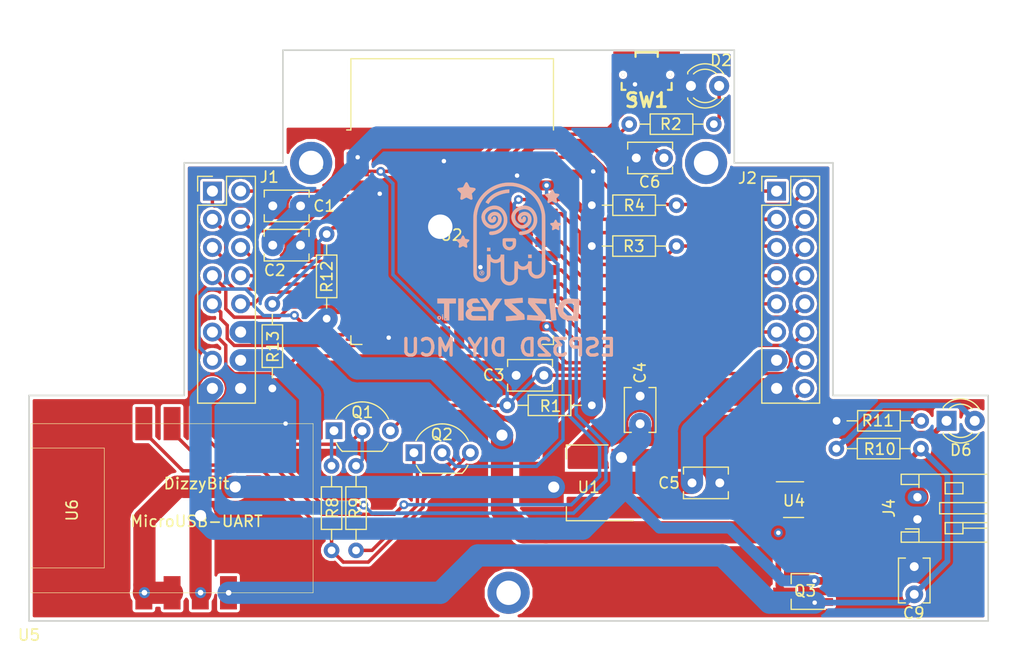
<source format=kicad_pcb>
(kicad_pcb (version 20171130) (host pcbnew "(5.0.2)-1")
  (title_block (title "DizzyBit - DIY ESP32D MCU") (rev 1.0) (company DizzyBit))
  (layers (0 F.Cu signal) (31 B.Cu signal) (34 B.Paste user) (35 F.Paste user) (36 B.SilkS user) (37 F.SilkS user) (38 B.Mask user) (39 F.Mask user) (44 Edge.Cuts user))
  (net 0 "")
  (net 1 GND)
  (net 2 EN)
  (net 3 IO32)
  (net 4 IO33)
  (net 5 IO25)
  (net 6 IO26)
  (net 7 IO27)
  (net 8 HSPI_CLK)
  (net 9 HSPI_MISO)
  (net 10 HSPI_MOSI)
  (net 11 IO15)
  (net 12 IO2)
  (net 13 IO0)
  (net 14 IO4)
  (net 15 IO16)
  (net 16 IO17)
  (net 17 IO5)
  (net 18 VSPI_CLK)
  (net 19 VSPI_MISO)
  (net 20 I2C_SDA)
  (net 21 IO3)
  (net 22 IO1)
  (net 23 I2C_SCL)
  (net 24 VSPI_MOSI)
  (net 25 EXT_5V)
  (net 26 +3.3V)
  (net 27 VBUS)
  (net 28 "Net-(D2-Pad2)")
  (net 29 RTS)
  (net 30 DTR)
  (net 31 "Net-(Q1-Pad1)")
  (net 32 "Net-(Q2-Pad1)")
  (net 33 "Net-(D6-Pad1)")
  (net 34 "Net-(D6-Pad2)")
  (net 35 I34)
  (net 36 VBAT)
  (net 37 I36)
  (net 38 I39)
  (net 39 "Net-(R11-Pad2)")
  (net 40 I35)
  (module undo:DizzyBIT_silk_20 (layer B.Cu) (at 119.38 112.776 180)
    (fp_text reference U3 hide)
    (fp_text value DizzyBITLogo hide)
  )
  (module MountingHole:MountingHole_2.2mm_M2_DIN965_Pad (layer F.Cu) (at 101.6 104.775)
    (fp_text reference H1 (at 0.1778 0.01016) (layer F.SilkS))
    (fp_text value MountingHole)
    (pad 1 thru_hole circle (at 0 0) (size 3.8 3.8) (drill 2.2) (layers *.Cu *.Mask))
  )
  (module MountingHole:MountingHole_2.2mm_M2_DIN965_Pad (layer F.Cu) (at 137.16 104.775)
    (fp_text reference H2 (at 0.0762 0.03556) (layer F.SilkS))
    (fp_text value MountingHole)
    (pad 1 thru_hole circle (at 0 0) (size 3.8 3.8) (drill 2.2) (layers *.Cu *.Mask))
  )
  (module MountingHole:MountingHole_2.2mm_M2_DIN965_Pad (layer F.Cu) (at 119.38 143.51)
    (fp_text reference H3 (at 0.0254 0.00508) (layer F.SilkS))
    (fp_text value MountingHole)
    (pad 1 thru_hole circle (at 0 0) (size 3.8 3.8) (drill 2.2) (layers *.Cu *.Mask))
  )
  (module RF_Module:ESP32-WROOM-32 (layer F.Cu) (at 114.3 111.252)
    (fp_text reference U2 (at -0.07112 0.0254) (layer F.SilkS))
    (fp_text value ESP32-WROOM-32D)
    (pad 39 smd rect (at -1 -0.755) (size 5 5) (layers F.Cu F.Paste F.Mask) (net 1 GND))
    (pad 1 smd rect (at -8.5 -8.255) (size 2 0.9) (layers F.Cu F.Paste F.Mask) (net 1 GND))
    (pad 2 smd rect (at -8.5 -6.985) (size 2 0.9) (layers F.Cu F.Paste F.Mask) (net 26 +3.3V))
    (pad 3 smd rect (at -8.5 -5.715) (size 2 0.9) (layers F.Cu F.Paste F.Mask) (net 2 EN))
    (pad 4 smd rect (at -8.5 -4.445) (size 2 0.9) (layers F.Cu F.Paste F.Mask) (net 37 I36))
    (pad 5 smd rect (at -8.5 -3.175) (size 2 0.9) (layers F.Cu F.Paste F.Mask) (net 38 I39))
    (pad 6 smd rect (at -8.5 -1.905) (size 2 0.9) (layers F.Cu F.Paste F.Mask) (net 35 I34))
    (pad 7 smd rect (at -8.5 -0.635) (size 2 0.9) (layers F.Cu F.Paste F.Mask) (net 40 I35))
    (pad 8 smd rect (at -8.5 0.635) (size 2 0.9) (layers F.Cu F.Paste F.Mask) (net 3 IO32))
    (pad 9 smd rect (at -8.5 1.905) (size 2 0.9) (layers F.Cu F.Paste F.Mask) (net 4 IO33))
    (pad 10 smd rect (at -8.5 3.175) (size 2 0.9) (layers F.Cu F.Paste F.Mask) (net 5 IO25))
    (pad 11 smd rect (at -8.5 4.445) (size 2 0.9) (layers F.Cu F.Paste F.Mask) (net 6 IO26))
    (pad 12 smd rect (at -8.5 5.715) (size 2 0.9) (layers F.Cu F.Paste F.Mask) (net 7 IO27))
    (pad 13 smd rect (at -8.5 6.985) (size 2 0.9) (layers F.Cu F.Paste F.Mask) (net 8 HSPI_CLK))
    (pad 14 smd rect (at -8.5 8.255) (size 2 0.9) (layers F.Cu F.Paste F.Mask) (net 9 HSPI_MISO))
    (pad 15 smd rect (at -5.715 9.255 90) (size 2 0.9) (layers F.Cu F.Paste F.Mask) (net 1 GND))
    (pad 16 smd rect (at -4.445 9.255 90) (size 2 0.9) (layers F.Cu F.Paste F.Mask) (net 10 HSPI_MOSI))
    (pad 17 smd rect (at -3.175 9.255 90) (size 2 0.9) (layers F.Cu F.Paste F.Mask))
    (pad 18 smd rect (at -1.905 9.255 90) (size 2 0.9) (layers F.Cu F.Paste F.Mask))
    (pad 19 smd rect (at -0.635 9.255 90) (size 2 0.9) (layers F.Cu F.Paste F.Mask))
    (pad 20 smd rect (at 0.635 9.255 90) (size 2 0.9) (layers F.Cu F.Paste F.Mask))
    (pad 21 smd rect (at 1.905 9.255 90) (size 2 0.9) (layers F.Cu F.Paste F.Mask))
    (pad 22 smd rect (at 3.175 9.255 90) (size 2 0.9) (layers F.Cu F.Paste F.Mask))
    (pad 23 smd rect (at 4.445 9.255 90) (size 2 0.9) (layers F.Cu F.Paste F.Mask) (net 11 IO15))
    (pad 24 smd rect (at 5.715 9.255 90) (size 2 0.9) (layers F.Cu F.Paste F.Mask) (net 12 IO2))
    (pad 25 smd rect (at 8.5 8.255) (size 2 0.9) (layers F.Cu F.Paste F.Mask) (net 13 IO0))
    (pad 26 smd rect (at 8.5 6.985) (size 2 0.9) (layers F.Cu F.Paste F.Mask) (net 14 IO4))
    (pad 27 smd rect (at 8.5 5.715) (size 2 0.9) (layers F.Cu F.Paste F.Mask) (net 15 IO16))
    (pad 28 smd rect (at 8.5 4.445) (size 2 0.9) (layers F.Cu F.Paste F.Mask) (net 16 IO17))
    (pad 29 smd rect (at 8.5 3.175) (size 2 0.9) (layers F.Cu F.Paste F.Mask) (net 17 IO5))
    (pad 30 smd rect (at 8.5 1.905) (size 2 0.9) (layers F.Cu F.Paste F.Mask) (net 18 VSPI_CLK))
    (pad 31 smd rect (at 8.5 0.635) (size 2 0.9) (layers F.Cu F.Paste F.Mask) (net 19 VSPI_MISO))
    (pad 32 smd rect (at 8.5 -0.635) (size 2 0.9) (layers F.Cu F.Paste F.Mask))
    (pad 33 smd rect (at 8.5 -1.905) (size 2 0.9) (layers F.Cu F.Paste F.Mask) (net 20 I2C_SDA))
    (pad 34 smd rect (at 8.5 -3.175) (size 2 0.9) (layers F.Cu F.Paste F.Mask) (net 21 IO3))
    (pad 35 smd rect (at 8.5 -4.445) (size 2 0.9) (layers F.Cu F.Paste F.Mask) (net 22 IO1))
    (pad 36 smd rect (at 8.5 -5.715) (size 2 0.9) (layers F.Cu F.Paste F.Mask) (net 23 I2C_SCL))
    (pad 37 smd rect (at 8.5 -6.985) (size 2 0.9) (layers F.Cu F.Paste F.Mask) (net 24 VSPI_MOSI))
    (pad 38 smd rect (at 8.5 -8.255) (size 2 0.9) (layers F.Cu F.Paste F.Mask) (net 1 GND))
  )
  (module Connector_PinHeader_2.54mm:PinHeader_2x08_P2.54mm_Vertical (layer F.Cu) (at 143.51 107.315)
    (fp_text reference J2 (at -2.62636 -1.17348) (layer F.SilkS))
    (fp_text value Conn_02x08_Odd_Even)
    (pad 1 thru_hole rect (at 0 0) (size 1.7 1.7) (drill 1) (layers *.Cu *.Mask) (net 24 VSPI_MOSI))
    (pad 2 thru_hole oval (at 2.54 0) (size 1.7 1.7) (drill 1) (layers *.Cu *.Mask) (net 23 I2C_SCL))
    (pad 3 thru_hole oval (at 0 2.54) (size 1.7 1.7) (drill 1) (layers *.Cu *.Mask) (net 22 IO1))
    (pad 4 thru_hole oval (at 2.54 2.54) (size 1.7 1.7) (drill 1) (layers *.Cu *.Mask) (net 21 IO3))
    (pad 5 thru_hole oval (at 0 5.08) (size 1.7 1.7) (drill 1) (layers *.Cu *.Mask) (net 20 I2C_SDA))
    (pad 6 thru_hole oval (at 2.54 5.08) (size 1.7 1.7) (drill 1) (layers *.Cu *.Mask) (net 19 VSPI_MISO))
    (pad 7 thru_hole oval (at 0 7.62) (size 1.7 1.7) (drill 1) (layers *.Cu *.Mask) (net 18 VSPI_CLK))
    (pad 8 thru_hole oval (at 2.54 7.62) (size 1.7 1.7) (drill 1) (layers *.Cu *.Mask) (net 17 IO5))
    (pad 9 thru_hole oval (at 0 10.16) (size 1.7 1.7) (drill 1) (layers *.Cu *.Mask) (net 16 IO17))
    (pad 10 thru_hole oval (at 2.54 10.16) (size 1.7 1.7) (drill 1) (layers *.Cu *.Mask) (net 15 IO16))
    (pad 11 thru_hole oval (at 0 12.7) (size 1.7 1.7) (drill 1) (layers *.Cu *.Mask) (net 14 IO4))
    (pad 12 thru_hole oval (at 2.54 12.7) (size 1.7 1.7) (drill 1) (layers *.Cu *.Mask) (net 13 IO0))
    (pad 13 thru_hole oval (at 0 15.24) (size 1.7 1.7) (drill 1) (layers *.Cu *.Mask) (net 26 +3.3V))
    (pad 14 thru_hole oval (at 2.54 15.24) (size 1.7 1.7) (drill 1) (layers *.Cu *.Mask) (net 12 IO2))
    (pad 15 thru_hole oval (at 0 17.78) (size 1.7 1.7) (drill 1) (layers *.Cu *.Mask) (net 1 GND))
    (pad 16 thru_hole oval (at 2.54 17.78) (size 1.7 1.7) (drill 1) (layers *.Cu *.Mask) (net 2 EN))
  )
  (module Connector_PinHeader_2.54mm:PinHeader_2x08_P2.54mm_Vertical (layer F.Cu) (at 92.71 107.315)
    (fp_text reference J1 (at 5.12064 -1.26492) (layer F.SilkS))
    (fp_text value Conn_02x08_Odd_Even)
    (pad 1 thru_hole rect (at 0 0) (size 1.7 1.7) (drill 1) (layers *.Cu *.Mask) (net 38 I39))
    (pad 2 thru_hole oval (at 2.54 0) (size 1.7 1.7) (drill 1) (layers *.Cu *.Mask) (net 37 I36))
    (pad 3 thru_hole oval (at 0 2.54) (size 1.7 1.7) (drill 1) (layers *.Cu *.Mask) (net 4 IO33))
    (pad 4 thru_hole oval (at 2.54 2.54) (size 1.7 1.7) (drill 1) (layers *.Cu *.Mask) (net 35 I34))
    (pad 5 thru_hole oval (at 0 5.08) (size 1.7 1.7) (drill 1) (layers *.Cu *.Mask) (net 6 IO26))
    (pad 6 thru_hole oval (at 2.54 5.08) (size 1.7 1.7) (drill 1) (layers *.Cu *.Mask) (net 3 IO32))
    (pad 7 thru_hole oval (at 0 7.62) (size 1.7 1.7) (drill 1) (layers *.Cu *.Mask) (net 8 HSPI_CLK))
    (pad 8 thru_hole oval (at 2.54 7.62) (size 1.7 1.7) (drill 1) (layers *.Cu *.Mask) (net 5 IO25))
    (pad 9 thru_hole oval (at 0 10.16) (size 1.7 1.7) (drill 1) (layers *.Cu *.Mask) (net 10 HSPI_MOSI))
    (pad 10 thru_hole oval (at 2.54 10.16) (size 1.7 1.7) (drill 1) (layers *.Cu *.Mask) (net 7 IO27))
    (pad 11 thru_hole oval (at 0 12.7) (size 1.7 1.7) (drill 1) (layers *.Cu *.Mask) (net 11 IO15))
    (pad 12 thru_hole oval (at 2.54 12.7) (size 1.7 1.7) (drill 1) (layers *.Cu *.Mask) (net 36 VBAT))
    (pad 13 thru_hole oval (at 0 15.24) (size 1.7 1.7) (drill 1) (layers *.Cu *.Mask) (net 9 HSPI_MISO))
    (pad 14 thru_hole oval (at 2.54 15.24) (size 1.7 1.7) (drill 1) (layers *.Cu *.Mask) (net 26 +3.3V))
    (pad 15 thru_hole oval (at 0 17.78) (size 1.7 1.7) (drill 1) (layers *.Cu *.Mask) (net 25 EXT_5V))
    (pad 16 thru_hole oval (at 2.54 17.78) (size 1.7 1.7) (drill 1) (layers *.Cu *.Mask) (net 1 GND))
  )
  (module Resistor_THT:R_Axial_DIN0204_L3.6mm_D1.6mm_P7.62mm_Horizontal (layer F.Cu) (at 134.493 112.268 180)
    (fp_text reference R3 (at 3.83032 -0.01016 180) (layer F.SilkS))
    (fp_text value R4.7K)
    (pad 2 thru_hole oval (at 7.62 0 180) (size 1.4 1.4) (drill 0.7) (layers *.Cu *.Mask) (net 26 +3.3V))
    (pad 1 thru_hole circle (at 0 0 180) (size 1.4 1.4) (drill 0.7) (layers *.Cu *.Mask) (net 20 I2C_SDA))
  )
  (module Resistor_THT:R_Axial_DIN0204_L3.6mm_D1.6mm_P7.62mm_Horizontal (layer F.Cu) (at 134.493 108.585 180)
    (fp_text reference R4 (at 3.79476 -0.03048 180) (layer F.SilkS))
    (fp_text value R4.7K)
    (pad 1 thru_hole circle (at 0 0 180) (size 1.4 1.4) (drill 0.7) (layers *.Cu *.Mask) (net 23 I2C_SCL))
    (pad 2 thru_hole oval (at 7.62 0 180) (size 1.4 1.4) (drill 0.7) (layers *.Cu *.Mask) (net 26 +3.3V))
  )
  (module LED_THT:LED_D3.0mm (layer F.Cu) (at 135.79856 97.83572)
    (fp_text reference D2 (at 2.70764 -2.30632) (layer F.SilkS))
    (fp_text value LED-BLUE)
    (pad 1 thru_hole rect (at 0 0) (size 1.8 1.8) (drill 0.9) (layers *.Cu *.Mask) (net 1 GND))
    (pad 2 thru_hole circle (at 2.54 0) (size 1.8 1.8) (drill 0.9) (layers *.Cu *.Mask) (net 28 "Net-(D2-Pad2)"))
  )
  (module Resistor_THT:R_Axial_DIN0204_L3.6mm_D1.6mm_P7.62mm_Horizontal (layer F.Cu) (at 130.2385 101.2825)
    (fp_text reference R2 (at 3.7465 0) (layer F.SilkS))
    (fp_text value "R470ohm(1%)")
    (pad 1 thru_hole circle (at 0 0) (size 1.4 1.4) (drill 0.7) (layers *.Cu *.Mask) (net 12 IO2))
    (pad 2 thru_hole oval (at 7.62 0) (size 1.4 1.4) (drill 0.7) (layers *.Cu *.Mask) (net 28 "Net-(D2-Pad2)"))
  )
  (module Capacitor_THT:C_Disc_D3.8mm_W2.6mm_P2.50mm (layer F.Cu) (at 130.8735 104.3305)
    (fp_text reference C6 (at 1.2065 2.159) (layer F.SilkS))
    (fp_text value "C0.1uF/50V(10%)")
    (pad 1 thru_hole circle (at 0 0) (size 1.6 1.6) (drill 0.8) (layers *.Cu *.Mask) (net 1 GND))
    (pad 2 thru_hole circle (at 2.5 0) (size 1.6 1.6) (drill 0.8) (layers *.Cu *.Mask) (net 2 EN))
  )
  (module LED_THT:LED_D3.0mm (layer F.Cu) (at 158.8135 128.016)
    (fp_text reference D6 (at 1.28778 2.63652) (layer F.SilkS))
    (fp_text value LED-YELLOW)
    (pad 1 thru_hole rect (at 0 0) (size 1.8 1.8) (drill 0.9) (layers *.Cu *.Mask) (net 33 "Net-(D6-Pad1)"))
    (pad 2 thru_hole circle (at 2.54 0) (size 1.8 1.8) (drill 0.9) (layers *.Cu *.Mask) (net 34 "Net-(D6-Pad2)"))
  )
  (module Resistor_THT:R_Axial_DIN0204_L3.6mm_D1.6mm_P7.62mm_Horizontal (layer F.Cu) (at 148.88972 130.52044)
    (fp_text reference R10 (at 3.90906 0.04572) (layer F.SilkS))
    (fp_text value R1K)
    (pad 1 thru_hole circle (at 0 0) (size 1.4 1.4) (drill 0.7) (layers *.Cu *.Mask) (net 34 "Net-(D6-Pad2)"))
    (pad 2 thru_hole oval (at 7.62 0) (size 1.4 1.4) (drill 0.7) (layers *.Cu *.Mask) (net 27 VBUS))
  )
  (module Resistor_THT:R_Axial_DIN0204_L3.6mm_D1.6mm_P7.62mm_Horizontal (layer F.Cu) (at 126.873 126.619 180)
    (fp_text reference R1 (at 3.72364 -0.0762 180) (layer F.SilkS))
    (fp_text value "R10K(5%)")
    (pad 1 thru_hole circle (at 0 0 180) (size 1.4 1.4) (drill 0.7) (layers *.Cu *.Mask) (net 26 +3.3V))
    (pad 2 thru_hole oval (at 7.62 0 180) (size 1.4 1.4) (drill 0.7) (layers *.Cu *.Mask) (net 2 EN))
  )
  (module Capacitor_THT:C_Disc_D3.8mm_W2.6mm_P2.50mm (layer F.Cu) (at 100.6475 108.6485 180)
    (fp_text reference C1 (at -2.12598 -0.0127 180) (layer F.SilkS))
    (fp_text value "C0.1uF/50V(10%)")
    (pad 1 thru_hole circle (at 0 0 180) (size 1.6 1.6) (drill 0.8) (layers *.Cu *.Mask) (net 26 +3.3V))
    (pad 2 thru_hole circle (at 2.5 0 180) (size 1.6 1.6) (drill 0.8) (layers *.Cu *.Mask) (net 1 GND))
  )
  (module Capacitor_THT:C_Disc_D3.8mm_W2.6mm_P2.50mm (layer F.Cu) (at 98.14052 112.18672)
    (fp_text reference C2 (at 0.18288 2.26568) (layer F.SilkS))
    (fp_text value "C22uF/10V(10%)")
    (pad 1 thru_hole circle (at 0 0) (size 1.6 1.6) (drill 0.8) (layers *.Cu *.Mask) (net 26 +3.3V))
    (pad 2 thru_hole circle (at 2.5 0) (size 1.6 1.6) (drill 0.8) (layers *.Cu *.Mask) (net 1 GND))
  )
  (module Capacitor_THT:C_Disc_D3.8mm_W2.6mm_P2.50mm (layer F.Cu) (at 122.56008 123.91644 180)
    (fp_text reference C3 (at 4.5212 0.02032 180) (layer F.SilkS))
    (fp_text value "C0.1uF/50V(10%)")
    (pad 2 thru_hole circle (at 2.5 0 180) (size 1.6 1.6) (drill 0.8) (layers *.Cu *.Mask) (net 1 GND))
    (pad 1 thru_hole circle (at 0 0 180) (size 1.6 1.6) (drill 0.8) (layers *.Cu *.Mask) (net 2 EN))
  )
  (module Resistor_THT:R_Axial_DIN0204_L3.6mm_D1.6mm_P7.62mm_Horizontal (layer F.Cu) (at 102.997 118.8085 90)
    (fp_text reference R12 (at 3.78206 0.01524 90) (layer F.SilkS))
    (fp_text value R100K)
    (pad 2 thru_hole oval (at 7.62 0 90) (size 1.4 1.4) (drill 0.7) (layers *.Cu *.Mask) (net 40 I35))
    (pad 1 thru_hole circle (at 0 0 90) (size 1.4 1.4) (drill 0.7) (layers *.Cu *.Mask) (net 36 VBAT))
  )
  (module Resistor_THT:R_Axial_DIN0204_L3.6mm_D1.6mm_P7.62mm_Horizontal (layer F.Cu) (at 98.1075 117.475 270)
    (fp_text reference R13 (at 3.86588 -0.05842 270) (layer F.SilkS))
    (fp_text value R100K)
    (pad 1 thru_hole circle (at 0 0 270) (size 1.4 1.4) (drill 0.7) (layers *.Cu *.Mask) (net 40 I35))
    (pad 2 thru_hole oval (at 7.62 0 270) (size 1.4 1.4) (drill 0.7) (layers *.Cu *.Mask) (net 1 GND))
  )
  (module DizzyBit:DizzyBit-MicroUSB-UART (layer F.Cu) (at 76.3778 128.27)
    (fp_text reference U6 (at 3.7 7.8 90) (layer F.SilkS))
    (fp_text value DizzyBit-MicroUSB-UART)
    (fp_text user DizzyBit (at 14.9 5.4) (layer F.SilkS))
    (fp_text user MicroUSB-UART (at 14.9 8.8) (layer F.SilkS))
    (pad 1 smd rect (at 22.86 0) (size 1.524 3) (layers F.Cu F.Paste F.Mask) (net 1 GND))
    (pad 2 smd rect (at 20.32 0) (size 1.524 3) (layers F.Cu F.Paste F.Mask) (net 1 GND))
    (pad 3 smd rect (at 17.78 0) (size 1.524 3) (layers F.Cu F.Paste F.Mask) (net 29 RTS))
    (pad 4 smd rect (at 15.24 0) (size 1.524 3) (layers F.Cu F.Paste F.Mask) (net 22 IO1))
    (pad 5 smd rect (at 12.7 0) (size 1.524 3) (layers F.Cu F.Paste F.Mask) (net 21 IO3))
    (pad 6 smd rect (at 10.16 0) (size 1.524 3) (layers F.Cu F.Paste F.Mask) (net 30 DTR))
    (pad 7 smd rect (at 7.62 0) (size 1.524 3) (layers F.Cu F.Paste F.Mask) (net 1 GND))
    (pad 8 smd rect (at 5.08 0) (size 1.524 3) (layers F.Cu F.Paste F.Mask) (net 1 GND))
    (pad 9 smd rect (at 2.54 0) (size 1.524 3) (layers F.Cu F.Paste F.Mask) (net 1 GND))
    (pad 10 smd rect (at 2.54 15.24) (size 1.524 3) (layers F.Cu F.Paste F.Mask) (net 1 GND))
    (pad 11 smd rect (at 5.08 15.24) (size 1.524 3) (layers F.Cu F.Paste F.Mask) (net 1 GND))
    (pad 13 smd rect (at 10.16 15.24) (size 1.524 3) (layers F.Cu F.Paste F.Mask) (net 26 +3.3V))
    (pad 12 smd rect (at 7.62 15.24) (size 1.524 3) (layers F.Cu F.Paste F.Mask) (net 1 GND))
    (pad 14 smd rect (at 12.7 15.24) (size 1.524 3) (layers F.Cu F.Paste F.Mask) (net 26 +3.3V))
    (pad 15 smd rect (at 15.24 15.24) (size 1.524 3) (layers F.Cu F.Paste F.Mask) (net 25 EXT_5V))
    (pad 16 smd rect (at 17.78 15.24) (size 1.524 3) (layers F.Cu F.Paste F.Mask) (net 27 VBUS))
    (pad 17 smd rect (at 20.32 15.24) (size 1.524 3) (layers F.Cu F.Paste F.Mask) (net 1 GND))
    (pad 18 smd rect (at 22.86 15.24) (size 1.524 3) (layers F.Cu F.Paste F.Mask) (net 1 GND))
  )
  (module Resistor_THT:R_Axial_DIN0204_L3.6mm_D1.6mm_P7.62mm_Horizontal (layer F.Cu) (at 103.43896 139.68984 90)
    (fp_text reference R8 (at 3.82016 0.08128 90) (layer F.SilkS))
    (fp_text value "R10K(5%)")
    (pad 1 thru_hole circle (at 0 0 90) (size 1.4 1.4) (drill 0.7) (layers *.Cu *.Mask) (net 30 DTR))
    (pad 2 thru_hole oval (at 7.62 0 90) (size 1.4 1.4) (drill 0.7) (layers *.Cu *.Mask) (net 31 "Net-(Q1-Pad1)"))
  )
  (module Resistor_THT:R_Axial_DIN0204_L3.6mm_D1.6mm_P7.62mm_Horizontal (layer F.Cu) (at 105.64368 132.06984 270)
    (fp_text reference R9 (at 3.810001 0.0675 270) (layer F.SilkS))
    (fp_text value "R10K(5%)")
    (pad 2 thru_hole oval (at 7.62 0 270) (size 1.4 1.4) (drill 0.7) (layers *.Cu *.Mask) (net 32 "Net-(Q2-Pad1)"))
    (pad 1 thru_hole circle (at 0 0 270) (size 1.4 1.4) (drill 0.7) (layers *.Cu *.Mask) (net 29 RTS))
  )
  (module Package_TO_SOT_THT:TO-92_Inline_Wide (layer F.Cu) (at 103.6574 128.91008)
    (fp_text reference Q1 (at 2.54508 -1.66116) (layer F.SilkS))
    (fp_text value SS8050DTA)
    (pad 1 thru_hole rect (at 0 0 90) (size 1.5 1.5) (drill 0.8) (layers *.Cu *.Mask) (net 31 "Net-(Q1-Pad1)"))
    (pad 3 thru_hole circle (at 5.08 0 90) (size 1.5 1.5) (drill 0.8) (layers *.Cu *.Mask) (net 2 EN))
    (pad 2 thru_hole circle (at 2.54 0 90) (size 1.5 1.5) (drill 0.8) (layers *.Cu *.Mask) (net 29 RTS))
  )
  (module Package_TO_SOT_THT:TO-92_Inline_Wide (layer F.Cu) (at 110.85576 130.89128)
    (fp_text reference Q2 (at 2.50444 -1.64592) (layer F.SilkS))
    (fp_text value SS8050DTA)
    (pad 2 thru_hole circle (at 2.54 0 90) (size 1.5 1.5) (drill 0.8) (layers *.Cu *.Mask) (net 13 IO0))
    (pad 3 thru_hole circle (at 5.08 0 90) (size 1.5 1.5) (drill 0.8) (layers *.Cu *.Mask) (net 30 DTR))
    (pad 1 thru_hole rect (at 0 0 90) (size 1.5 1.5) (drill 0.8) (layers *.Cu *.Mask) (net 32 "Net-(Q2-Pad1)"))
  )
  (module Capacitor_THT:C_Disc_D3.8mm_W2.6mm_P2.50mm (layer F.Cu) (at 131.22148 128.28524 90)
    (fp_text reference C4 (at 4.5974 -0.00508 90) (layer F.SilkS))
    (fp_text value "C22uF/10V(10%)")
    (pad 1 thru_hole circle (at 0 0 90) (size 1.6 1.6) (drill 0.8) (layers *.Cu *.Mask) (net 25 EXT_5V))
    (pad 2 thru_hole circle (at 2.5 0 90) (size 1.6 1.6) (drill 0.8) (layers *.Cu *.Mask) (net 1 GND))
  )
  (module Capacitor_THT:C_Disc_D3.8mm_W2.6mm_P2.50mm (layer F.Cu) (at 135.89508 133.60908)
    (fp_text reference C5 (at -2.07264 0.00508) (layer F.SilkS))
    (fp_text value "C22uF/10V(10%)")
    (pad 2 thru_hole circle (at 2.5 0) (size 1.6 1.6) (drill 0.8) (layers *.Cu *.Mask) (net 1 GND))
    (pad 1 thru_hole circle (at 0 0) (size 1.6 1.6) (drill 0.8) (layers *.Cu *.Mask) (net 26 +3.3V))
  )
  (module Connector_JST:JST_PH_S2B-PH-K_1x02_P2.00mm_Horizontal (layer F.Cu) (at 156.18968 136.89 90)
    (fp_text reference J4 (at 1 -2.55 90) (layer F.SilkS))
    (fp_text value Conn_01x02)
    (pad 1 thru_hole roundrect (at 0 0 90) (size 1.2 1.75) (drill 0.75) (layers *.Cu *.Mask) (roundrect_rratio 0.208333) (net 1 GND))
    (pad 2 thru_hole oval (at 2 0 90) (size 1.2 1.75) (drill 0.75) (layers *.Cu *.Mask) (net 36 VBAT))
  )
  (module Package_TO_SOT_SMD:SOT-23-5_HandSoldering (layer F.Cu) (at 145.03908 135.11784)
    (fp_text reference U4 (at 0.03556 0.1016) (layer F.SilkS))
    (fp_text value MCP73831-2-OT)
    (pad 1 smd rect (at -1.35 -0.95) (size 1.56 0.65) (layers F.Cu F.Paste F.Mask) (net 33 "Net-(D6-Pad1)"))
    (pad 2 smd rect (at -1.35 0) (size 1.56 0.65) (layers F.Cu F.Paste F.Mask) (net 1 GND))
    (pad 3 smd rect (at -1.35 0.95) (size 1.56 0.65) (layers F.Cu F.Paste F.Mask) (net 36 VBAT))
    (pad 4 smd rect (at 1.35 0.95) (size 1.56 0.65) (layers F.Cu F.Paste F.Mask) (net 27 VBUS))
    (pad 5 smd rect (at 1.35 -0.95) (size 1.56 0.65) (layers F.Cu F.Paste F.Mask) (net 39 "Net-(R11-Pad2)"))
  )
  (module Package_TO_SOT_SMD:SOT-23W_Handsoldering (layer F.Cu) (at 145.8976 143.39316 180)
    (fp_text reference Q3 (at -0.1778 0.05588 180) (layer F.SilkS))
    (fp_text value DMG2307L-7)
    (pad 1 smd rect (at -1.7 -0.95 180) (size 2 0.7) (layers F.Cu F.Paste F.Mask) (net 27 VBUS))
    (pad 2 smd rect (at -1.7 0.95 180) (size 2 0.7) (layers F.Cu F.Paste F.Mask) (net 25 EXT_5V))
    (pad 3 smd rect (at 1.7 0 180) (size 2 0.7) (layers F.Cu F.Paste F.Mask) (net 36 VBAT))
  )
  (module Capacitor_THT:C_Disc_D3.8mm_W2.6mm_P2.50mm (layer F.Cu) (at 155.9052 143.65224 90)
    (fp_text reference C9 (at -1.68656 -0.04572 180) (layer F.SilkS))
    (fp_text value "C4.7uF/6.3V(20%)")
    (pad 1 thru_hole circle (at 0 0 90) (size 1.6 1.6) (drill 0.8) (layers *.Cu *.Mask) (net 27 VBUS))
    (pad 2 thru_hole circle (at 2.5 0 90) (size 1.6 1.6) (drill 0.8) (layers *.Cu *.Mask) (net 1 GND))
  )
  (module Resistor_THT:R_Axial_DIN0204_L3.6mm_D1.6mm_P7.62mm_Horizontal (layer F.Cu) (at 148.91512 128.016)
    (fp_text reference R11 (at 3.70332 -0.01524) (layer F.SilkS))
    (fp_text value R4.7K)
    (pad 1 thru_hole circle (at 0 0) (size 1.4 1.4) (drill 0.7) (layers *.Cu *.Mask) (net 1 GND))
    (pad 2 thru_hole oval (at 7.62 0) (size 1.4 1.4) (drill 0.7) (layers *.Cu *.Mask) (net 39 "Net-(R11-Pad2)"))
  )
  (module Package_TO_SOT_SMD:SOT-223-3_TabPin2-HandSoldering (layer F.Cu) (at 126.492 133.604 180)
    (fp_text reference U1 (at -0.1016 -0.39624 180) (layer F.SilkS))
    (fp_text value AMS1117-3.3)
    (pad 2 smd rect (at 4.15 0 180) (size 4 3.8) (layers F.Cu F.Paste F.Mask) (net 26 +3.3V))
    (pad 2 smd rect (at -4.15 0 180) (size 4 1.5) (layers F.Cu F.Paste F.Mask) (net 26 +3.3V))
    (pad 3 smd rect (at -4.15 2.3 180) (size 4 1.5) (layers F.Cu F.Paste F.Mask) (net 25 EXT_5V))
    (pad 1 smd rect (at -4.15 -2.3 180) (size 4 1.5) (layers F.Cu F.Paste F.Mask) (net 1 GND))
  )
  (module Button_Switch_SMD:TL3340-HandSoldering (layer F.Cu) (at 131.81076 95.64116 180)
    (fp_text reference SW1 (at 0.00508 -3.48996 180) (layer F.SilkS) (effects (font (size 1.27 1.27) (thickness 0.254))))
    (fp_text value SW_Push hide)
    (pad 1 smd rect (at 1.3 -2.6 180) (size 0.75 2.8) (layers F.Cu F.Paste F.Mask) (net 1 GND))
    (pad 2 smd rect (at 0 -2.6 180) (size 0.75 2.8) (layers F.Cu F.Paste F.Mask) (net 2 EN))
    (pad MP smd rect (at -2.04 0.11) (size 1.9 1.6) (layers F.Cu F.Paste F.Mask))
    (pad MP smd rect (at 2.05 0.11) (size 1.9 1.6) (layers F.Cu F.Paste F.Mask))
    (pad 6 thru_hole circle (at 2.125 -1.2 270) (size 0.25 0.25) (drill 0.9) (layers *.Cu *.Mask F.SilkS))
    (pad 7 thru_hole circle (at -2.125 -1.2 270) (size 0.25 0.25) (drill 0.9) (layers *.Cu *.Mask F.SilkS))
    (pad 3 smd rect (at -1.3 -2.6 180) (size 0.75 2.8) (layers F.Cu F.Paste F.Mask))
  )
  (module MountingHole:MountingHole_2.2mm_M2_DIN965_Pad (layer F.Cu) (at 113.22812 110.52556)
    (fp_text reference H4 (at 0 -0.07112) (layer F.SilkS))
    (fp_text value MountingHole_Pad)
    (pad 1 thru_hole circle (at 0 0) (size 3.8 3.8) (drill 2.2) (layers *.Cu *.Mask) (net 1 GND))
  )
  (module "DizzyBit:DizzyBit-Din Rail Module" (layer F.Cu) (at 76.2 146.05)
    (fp_text reference U5 (at 0 1.27) (layer F.SilkS))
    (fp_text value DizzyBIT-Layout)
  )
  (gr_text "ESP32D DIY MCU" (at 119.379999 121.412) (layer B.SilkS) (effects (font (size 1.5 1.5) (thickness 0.3)) (justify mirror)))
  (gr_line (start 139.7 104.775) (end 139.7 94.615) (layer Edge.Cuts) (width 0.15))
  (gr_line (start 99.06 104.775) (end 99.06 94.615) (layer Edge.Cuts) (width 0.15))
  (gr_line (start 139.7 104.775) (end 148.59 104.775) (layer Edge.Cuts) (width 0.15))
  (gr_line (start 90.17 104.775) (end 99.06 104.775) (layer Edge.Cuts) (width 0.15))
  (gr_line (start 99.06 94.615) (end 139.7 94.615) (layer Edge.Cuts) (width 0.15))
  (gr_line (start 148.59 125.73) (end 148.59 104.775) (layer Edge.Cuts) (width 0.15))
  (gr_line (start 90.17 125.73) (end 90.17 104.775) (layer Edge.Cuts) (width 0.15))
  (gr_line (start 162.56 125.73) (end 148.59 125.73) (layer Edge.Cuts) (width 0.15))
  (gr_line (start 76.2 125.73) (end 90.17 125.73) (layer Edge.Cuts) (width 0.15))
  (gr_line (start 76.2 146.05) (end 76.2 125.73) (layer Edge.Cuts) (width 0.15))
  (gr_line (start 162.56 146.05) (end 162.56 125.73) (layer Edge.Cuts) (width 0.15))
  (gr_line (start 76.2 146.05) (end 162.56 146.05) (layer Edge.Cuts) (width 0.15))
  (via (at 130.7592 97.69348) (size 0.8) (drill 0.4) (layers F.Cu B.Cu) (net 1))
  (via (at 99.29876 128.26492) (size 0.8) (drill 0.4) (layers F.Cu B.Cu) (net 1))
  (via (at 108.585 120.523) (size 0.8) (drill 0.4) (layers F.Cu B.Cu) (net 1))
  (via (at 107.77728 107.55376) (size 0.8) (drill 0.4) (layers F.Cu B.Cu) (net 1))
  (via (at 116.84 114.173) (size 0.8) (drill 0.4) (layers F.Cu B.Cu) (net 1))
  (via (at 120.142 105.918) (size 0.8) (drill 0.4) (layers F.Cu B.Cu) (net 1))
  (segment (start 120.142 105.352315) (end 120.142 105.918) (width 0.31) (layer F.Cu) (net 1))
  (segment (start 120.142 104.345) (end 120.142 105.352315) (width 0.31) (layer F.Cu) (net 1))
  (segment (start 122.8 102.997) (end 121.49 102.997) (width 0.31) (layer F.Cu) (net 1))
  (segment (start 121.49 102.997) (end 120.142 104.345) (width 0.31) (layer F.Cu) (net 1))
  (segment (start 98.56 128.668677) (end 98.636011 128.592666) (width 0.254) (layer F.Cu) (net 1))
  (via (at 113.55324 104.61244) (size 0.8) (drill 0.4) (layers F.Cu B.Cu) (net 1))
  (segment (start 115.697 105.537) (end 115.697 105.537) (width 0.31) (layer F.Cu) (net 2))
  (via (at 107.86364 105.537) (size 0.8) (drill 0.4) (layers F.Cu B.Cu) (net 2))
  (segment (start 144.0815 127.0635) (end 141.097 127.0635) (width 0.31) (layer F.Cu) (net 2))
  (segment (start 146.05 125.095) (end 144.0815 127.0635) (width 0.31) (layer F.Cu) (net 2))
  (segment (start 139.192 127.0635) (end 141.097 127.0635) (width 0.31) (layer F.Cu) (net 2))
  (segment (start 133.3735 104.3305) (end 132.08 103.037) (width 0.31) (layer F.Cu) (net 2))
  (segment (start 132.08 98.331) (end 132.08 97.731) (width 0.31) (layer F.Cu) (net 2))
  (segment (start 132.08 99.187) (end 132.08 97.731) (width 0.31) (layer F.Cu) (net 2))
  (segment (start 111.02848 126.619) (end 119.253 126.619) (width 0.31) (layer F.Cu) (net 2))
  (segment (start 108.7374 128.91008) (end 111.02848 126.619) (width 0.31) (layer F.Cu) (net 2))
  (segment (start 139.192 127.0635) (end 137.8585 127.0635) (width 0.31) (layer F.Cu) (net 2))
  (segment (start 134.71144 123.91644) (end 122.56008 123.91644) (width 0.31) (layer F.Cu) (net 2))
  (segment (start 137.8585 127.0635) (end 134.71144 123.91644) (width 0.31) (layer F.Cu) (net 2))
  (segment (start 121.95556 123.91644) (end 122.56008 123.91644) (width 0.31) (layer B.Cu) (net 2))
  (segment (start 119.253 126.619) (end 121.95556 123.91644) (width 0.31) (layer B.Cu) (net 2))
  (segment (start 132.08 103.037) (end 132.08 99.74072) (width 0.31) (layer F.Cu) (net 2))
  (segment (start 132.08 99.74072) (end 132.08 99.187) (width 0.31) (layer F.Cu) (net 2))
  (segment (start 105.8 105.537) (end 107.86364 105.537) (width 0.31) (layer F.Cu) (net 2))
  (segment (start 108.966 106.63936) (end 107.86364 105.537) (width 0.31) (layer B.Cu) (net 2))
  (segment (start 108.966 114.84356) (end 108.966 106.63936) (width 0.31) (layer B.Cu) (net 2))
  (segment (start 119.253 126.619) (end 119.253 125.13056) (width 0.31) (layer B.Cu) (net 2))
  (segment (start 119.253 125.13056) (end 108.966 114.84356) (width 0.31) (layer B.Cu) (net 2))
  (segment (start 131.68376 100.13696) (end 132.08 99.74072) (width 0.31) (layer F.Cu) (net 2))
  (segment (start 129.881067 100.13696) (end 131.68376 100.13696) (width 0.31) (layer F.Cu) (net 2))
  (segment (start 128.33604 101.681987) (end 129.881067 100.13696) (width 0.31) (layer F.Cu) (net 2))
  (segment (start 119.552013 101.681987) (end 128.33604 101.681987) (width 0.31) (layer F.Cu) (net 2))
  (segment (start 115.697 105.537) (end 119.552013 101.681987) (width 0.31) (layer F.Cu) (net 2))
  (segment (start 107.86364 105.537) (end 115.697 105.537) (width 0.31) (layer F.Cu) (net 2))
  (segment (start 95.25 112.395) (end 95.3516 112.395) (width 0.31) (layer F.Cu) (net 3))
  (segment (start 95.3516 112.395) (end 96.60128 113.64468) (width 0.31) (layer F.Cu) (net 3))
  (segment (start 104.49 111.887) (end 105.8 111.887) (width 0.31) (layer F.Cu) (net 3))
  (segment (start 102.73232 113.64468) (end 104.49 111.887) (width 0.31) (layer F.Cu) (net 3))
  (segment (start 96.60128 113.64468) (end 102.73232 113.64468) (width 0.31) (layer F.Cu) (net 3))
  (segment (start 93.915001 111.060001) (end 92.71 109.855) (width 0.31) (layer F.Cu) (net 4))
  (segment (start 105.8 113.157) (end 104.49 113.157) (width 0.31) (layer F.Cu) (net 4))
  (segment (start 104.49 113.157) (end 103.45876 114.18824) (width 0.31) (layer F.Cu) (net 4))
  (segment (start 103.45876 114.18824) (end 96.41332 114.18824) (width 0.31) (layer F.Cu) (net 4))
  (segment (start 93.915001 112.843403) (end 93.915001 111.060001) (width 0.31) (layer F.Cu) (net 4))
  (segment (start 96.41332 114.18824) (end 95.828591 113.603511) (width 0.31) (layer F.Cu) (net 4))
  (segment (start 95.828591 113.603511) (end 94.675109 113.603511) (width 0.31) (layer F.Cu) (net 4))
  (segment (start 94.675109 113.603511) (end 93.915001 112.843403) (width 0.31) (layer F.Cu) (net 4))
  (segment (start 105.8 114.427) (end 104.49 114.427) (width 0.31) (layer F.Cu) (net 5))
  (segment (start 96.452081 114.935) (end 95.25 114.935) (width 0.31) (layer F.Cu) (net 5))
  (segment (start 103.982 114.935) (end 96.452081 114.935) (width 0.31) (layer F.Cu) (net 5))
  (segment (start 104.49 114.427) (end 103.982 114.935) (width 0.31) (layer F.Cu) (net 5))
  (segment (start 93.915001 113.600001) (end 93.559999 113.244999) (width 0.31) (layer F.Cu) (net 6))
  (segment (start 93.915001 115.383403) (end 93.915001 113.600001) (width 0.31) (layer F.Cu) (net 6))
  (segment (start 93.559999 113.244999) (end 92.71 112.395) (width 0.31) (layer F.Cu) (net 6))
  (segment (start 94.671599 116.140001) (end 93.915001 115.383403) (width 0.31) (layer F.Cu) (net 6))
  (segment (start 96.371735 116.140001) (end 94.671599 116.140001) (width 0.31) (layer F.Cu) (net 6))
  (segment (start 96.814736 115.697) (end 96.371735 116.140001) (width 0.31) (layer F.Cu) (net 6))
  (segment (start 105.8 115.697) (end 96.814736 115.697) (width 0.31) (layer F.Cu) (net 6))
  (segment (start 104.49 116.967) (end 105.8 116.967) (width 0.31) (layer F.Cu) (net 7))
  (segment (start 97.507082 116.419999) (end 100.227499 116.419999) (width 0.31) (layer F.Cu) (net 7))
  (segment (start 96.452081 117.475) (end 97.507082 116.419999) (width 0.31) (layer F.Cu) (net 7))
  (segment (start 95.25 117.475) (end 96.452081 117.475) (width 0.31) (layer F.Cu) (net 7))
  (segment (start 100.7745 116.967) (end 104.49 116.967) (width 0.31) (layer F.Cu) (net 7))
  (segment (start 100.227499 116.419999) (end 100.7745 116.967) (width 0.31) (layer F.Cu) (net 7))
  (segment (start 93.915001 116.140001) (end 92.71 114.935) (width 0.31) (layer F.Cu) (net 8))
  (segment (start 93.915001 117.923403) (end 93.915001 116.140001) (width 0.31) (layer F.Cu) (net 8))
  (segment (start 94.671599 118.680001) (end 93.915001 117.923403) (width 0.31) (layer F.Cu) (net 8))
  (segment (start 98.712256 118.680001) (end 94.671599 118.680001) (width 0.31) (layer F.Cu) (net 8))
  (segment (start 99.638758 117.753499) (end 98.712256 118.680001) (width 0.31) (layer F.Cu) (net 8))
  (segment (start 103.986902 118.237) (end 103.503401 117.753499) (width 0.31) (layer F.Cu) (net 8))
  (segment (start 103.503401 117.753499) (end 99.638758 117.753499) (width 0.31) (layer F.Cu) (net 8))
  (segment (start 105.8 118.237) (end 103.986902 118.237) (width 0.31) (layer F.Cu) (net 8))
  (segment (start 91.504999 116.896599) (end 92.258599 116.142999) (width 0.31) (layer B.Cu) (net 9))
  (segment (start 91.504999 121.349999) (end 91.504999 116.896599) (width 0.31) (layer B.Cu) (net 9))
  (segment (start 92.71 122.555) (end 91.504999 121.349999) (width 0.31) (layer B.Cu) (net 9))
  (segment (start 93.909599 116.142999) (end 94.361 116.142999) (width 0.31) (layer B.Cu) (net 9))
  (segment (start 100.494668 118.908508) (end 100.094669 118.508509) (width 0.31) (layer F.Cu) (net 9))
  (via (at 100.094669 118.508509) (size 0.8) (drill 0.4) (layers F.Cu B.Cu) (net 9))
  (segment (start 105.25 119.507) (end 104.49 120.267) (width 0.31) (layer F.Cu) (net 9))
  (segment (start 104.49 120.267) (end 101.85316 120.267) (width 0.31) (layer F.Cu) (net 9))
  (segment (start 105.8 119.507) (end 105.25 119.507) (width 0.31) (layer F.Cu) (net 9))
  (segment (start 101.85316 120.267) (end 100.494668 118.908508) (width 0.31) (layer F.Cu) (net 9))
  (segment (start 95.701401 116.142999) (end 93.5355 116.142999) (width 0.31) (layer B.Cu) (net 9))
  (segment (start 96.455001 116.896599) (end 95.701401 116.142999) (width 0.31) (layer B.Cu) (net 9))
  (segment (start 96.455001 117.664001) (end 96.455001 116.896599) (width 0.31) (layer B.Cu) (net 9))
  (segment (start 97.321001 118.530001) (end 96.455001 117.664001) (width 0.31) (layer B.Cu) (net 9))
  (segment (start 99.528984 118.508509) (end 99.507492 118.530001) (width 0.31) (layer B.Cu) (net 9))
  (segment (start 100.094669 118.508509) (end 99.528984 118.508509) (width 0.31) (layer B.Cu) (net 9))
  (segment (start 99.507492 118.530001) (end 97.321001 118.530001) (width 0.31) (layer B.Cu) (net 9))
  (segment (start 93.5355 116.142999) (end 94.361 116.142999) (width 0.31) (layer B.Cu) (net 9))
  (segment (start 92.258599 116.142999) (end 93.5355 116.142999) (width 0.31) (layer B.Cu) (net 9))
  (segment (start 93.464588 118.229589) (end 92.71 117.475) (width 0.31) (layer F.Cu) (net 10))
  (segment (start 93.464588 118.829253) (end 93.464588 118.229589) (width 0.31) (layer F.Cu) (net 10))
  (segment (start 94.044999 119.409664) (end 93.464588 118.829253) (width 0.31) (layer F.Cu) (net 10))
  (segment (start 94.674597 121.222999) (end 94.044999 120.593401) (width 0.31) (layer F.Cu) (net 10))
  (segment (start 107.377001 121.222999) (end 94.674597 121.222999) (width 0.31) (layer F.Cu) (net 10))
  (segment (start 94.044999 120.593401) (end 94.044999 119.409664) (width 0.31) (layer F.Cu) (net 10))
  (segment (start 109.149 118.491) (end 108.511998 118.491) (width 0.31) (layer F.Cu) (net 10))
  (segment (start 109.855 120.507) (end 109.855 119.197) (width 0.31) (layer F.Cu) (net 10))
  (segment (start 108.511998 118.491) (end 107.779999 119.222999) (width 0.31) (layer F.Cu) (net 10))
  (segment (start 107.779999 119.222999) (end 107.779999 120.820001) (width 0.31) (layer F.Cu) (net 10))
  (segment (start 109.855 119.197) (end 109.149 118.491) (width 0.31) (layer F.Cu) (net 10))
  (segment (start 107.779999 120.820001) (end 107.377001 121.222999) (width 0.31) (layer F.Cu) (net 10))
  (segment (start 95.123 123.762999) (end 95.822999 123.762999) (width 0.31) (layer F.Cu) (net 11))
  (segment (start 93.559999 120.864999) (end 92.71 120.015) (width 0.31) (layer F.Cu) (net 11))
  (segment (start 93.915001 121.220001) (end 93.559999 120.864999) (width 0.31) (layer F.Cu) (net 11))
  (segment (start 93.915001 123.003403) (end 93.915001 121.220001) (width 0.31) (layer F.Cu) (net 11))
  (segment (start 94.674597 123.762999) (end 93.915001 123.003403) (width 0.31) (layer F.Cu) (net 11))
  (segment (start 95.123 123.762999) (end 94.674597 123.762999) (width 0.31) (layer F.Cu) (net 11))
  (segment (start 118.745 121.817) (end 118.745 120.507) (width 0.31) (layer F.Cu) (net 11))
  (segment (start 118.388 122.174) (end 118.745 121.817) (width 0.31) (layer F.Cu) (net 11))
  (segment (start 100.3935 122.174) (end 118.388 122.174) (width 0.31) (layer F.Cu) (net 11))
  (segment (start 98.804501 123.762999) (end 100.3935 122.174) (width 0.31) (layer F.Cu) (net 11))
  (segment (start 95.123 123.762999) (end 98.804501 123.762999) (width 0.31) (layer F.Cu) (net 11))
  (segment (start 120.015 119.197) (end 120.015 120.507) (width 0.31) (layer F.Cu) (net 12))
  (segment (start 120.015 120.507) (end 120.775 120.507) (width 0.31) (layer F.Cu) (net 12))
  (segment (start 120.015 120.507) (end 122.285 120.507) (width 0.31) (layer F.Cu) (net 12))
  (segment (start 124.333 122.555) (end 123.444 121.666) (width 0.31) (layer F.Cu) (net 12))
  (segment (start 122.285 120.507) (end 123.444 121.666) (width 0.31) (layer F.Cu) (net 12))
  (segment (start 123.444 121.666) (end 124.55949 122.78149) (width 0.31) (layer F.Cu) (net 12))
  (segment (start 120.015 120.507) (end 120.015 118.237) (width 0.31) (layer F.Cu) (net 12))
  (segment (start 129.329003 102.191997) (end 129.538501 101.982499) (width 0.31) (layer F.Cu) (net 12))
  (segment (start 129.538501 101.982499) (end 130.2385 101.2825) (width 0.31) (layer F.Cu) (net 12))
  (segment (start 121.516001 102.191997) (end 129.329003 102.191997) (width 0.31) (layer F.Cu) (net 12))
  (segment (start 118.11 105.597998) (end 121.516001 102.191997) (width 0.31) (layer F.Cu) (net 12))
  (segment (start 118.11 116.332) (end 118.11 105.597998) (width 0.31) (layer F.Cu) (net 12))
  (segment (start 120.015 118.237) (end 118.11 116.332) (width 0.31) (layer F.Cu) (net 12))
  (segment (start 136.502751 123.760001) (end 135.52424 122.78149) (width 0.31) (layer F.Cu) (net 12))
  (segment (start 144.844999 123.760001) (end 136.502751 123.760001) (width 0.31) (layer F.Cu) (net 12))
  (segment (start 146.05 122.555) (end 144.844999 123.760001) (width 0.31) (layer F.Cu) (net 12))
  (segment (start 124.55949 122.78149) (end 135.52424 122.78149) (width 0.31) (layer F.Cu) (net 12))
  (segment (start 124.11 119.507) (end 122.809 119.507) (width 0.31) (layer F.Cu) (net 13))
  (segment (start 122.809 119.507) (end 122.8 119.507) (width 0.31) (layer F.Cu) (net 13))
  (segment (start 125.823001 121.220001) (end 125.349 120.746) (width 0.31) (layer F.Cu) (net 13))
  (segment (start 144.844999 121.220001) (end 125.823001 121.220001) (width 0.31) (layer F.Cu) (net 13))
  (segment (start 146.05 120.015) (end 144.844999 121.220001) (width 0.31) (layer F.Cu) (net 13))
  (segment (start 125.825999 121.222999) (end 125.349 120.746) (width 0.31) (layer F.Cu) (net 13))
  (segment (start 125.349 120.746) (end 124.11 119.507) (width 0.31) (layer F.Cu) (net 13))
  (segment (start 122.809 119.507) (end 122.809 119.507) (width 0.31) (layer F.Cu) (net 13))
  (via (at 122.809 119.507) (size 0.8) (drill 0.4) (layers F.Cu B.Cu) (net 13))
  (segment (start 124.27712 120.97512) (end 122.809 119.507) (width 0.31) (layer B.Cu) (net 13))
  (segment (start 124.27712 129.73812) (end 124.27712 120.97512) (width 0.31) (layer B.Cu) (net 13))
  (segment (start 121.88952 132.12572) (end 124.27712 129.73812) (width 0.31) (layer B.Cu) (net 13))
  (segment (start 113.39576 130.89128) (end 114.6302 132.12572) (width 0.31) (layer B.Cu) (net 13))
  (segment (start 114.6302 132.12572) (end 121.88952 132.12572) (width 0.31) (layer B.Cu) (net 13))
  (segment (start 122.8 118.237) (end 124.11 118.237) (width 0.31) (layer F.Cu) (net 14))
  (segment (start 125.888 120.015) (end 125.603 119.73) (width 0.31) (layer F.Cu) (net 14))
  (segment (start 143.51 120.015) (end 125.888 120.015) (width 0.31) (layer F.Cu) (net 14))
  (segment (start 124.11 118.237) (end 125.603 119.73) (width 0.31) (layer F.Cu) (net 14))
  (segment (start 125.603 119.73) (end 125.761 119.888) (width 0.31) (layer F.Cu) (net 14))
  (segment (start 124.11 116.967) (end 122.8 116.967) (width 0.31) (layer F.Cu) (net 15))
  (segment (start 125.823001 118.680001) (end 125.349 118.206) (width 0.31) (layer F.Cu) (net 15))
  (segment (start 144.844999 118.680001) (end 125.823001 118.680001) (width 0.31) (layer F.Cu) (net 15))
  (segment (start 146.05 117.475) (end 144.844999 118.680001) (width 0.31) (layer F.Cu) (net 15))
  (segment (start 125.696001 118.553001) (end 125.349 118.206) (width 0.31) (layer F.Cu) (net 15))
  (segment (start 125.349 118.206) (end 124.11 116.967) (width 0.31) (layer F.Cu) (net 15))
  (segment (start 122.8 115.697) (end 124.11 115.697) (width 0.31) (layer F.Cu) (net 16))
  (segment (start 125.888 117.475) (end 124.999 116.586) (width 0.31) (layer F.Cu) (net 16))
  (segment (start 143.51 117.475) (end 125.888 117.475) (width 0.31) (layer F.Cu) (net 16))
  (segment (start 124.11 115.697) (end 124.999 116.586) (width 0.31) (layer F.Cu) (net 16))
  (segment (start 124.999 116.586) (end 125.761 117.348) (width 0.31) (layer F.Cu) (net 16))
  (segment (start 124.11 114.427) (end 122.8 114.427) (width 0.31) (layer F.Cu) (net 17))
  (segment (start 125.823001 116.140001) (end 125.603 115.92) (width 0.31) (layer F.Cu) (net 17))
  (segment (start 144.844999 116.140001) (end 125.823001 116.140001) (width 0.31) (layer F.Cu) (net 17))
  (segment (start 146.05 114.935) (end 144.844999 116.140001) (width 0.31) (layer F.Cu) (net 17))
  (segment (start 125.696001 116.013001) (end 125.603 115.92) (width 0.31) (layer F.Cu) (net 17))
  (segment (start 125.603 115.92) (end 124.11 114.427) (width 0.31) (layer F.Cu) (net 17))
  (segment (start 122.8 113.157) (end 124.11 113.157) (width 0.31) (layer F.Cu) (net 18))
  (segment (start 125.888 114.935) (end 125.603 114.65) (width 0.31) (layer F.Cu) (net 18))
  (segment (start 143.51 114.935) (end 125.888 114.935) (width 0.31) (layer F.Cu) (net 18))
  (segment (start 124.11 113.157) (end 125.603 114.65) (width 0.31) (layer F.Cu) (net 18))
  (segment (start 125.603 114.65) (end 125.761 114.808) (width 0.31) (layer F.Cu) (net 18))
  (segment (start 124.11 111.887) (end 122.8 111.887) (width 0.31) (layer F.Cu) (net 19))
  (segment (start 125.696001 113.473001) (end 124.999 112.776) (width 0.31) (layer F.Cu) (net 19))
  (segment (start 124.999 112.776) (end 124.11 111.887) (width 0.31) (layer F.Cu) (net 19))
  (segment (start 142.740588 113.92101) (end 126.14401 113.92101) (width 0.31) (layer F.Cu) (net 19))
  (segment (start 126.14401 113.92101) (end 124.999 112.776) (width 0.31) (layer F.Cu) (net 19))
  (segment (start 144.715001 113.729999) (end 142.931599 113.729999) (width 0.31) (layer F.Cu) (net 19))
  (segment (start 142.931599 113.729999) (end 142.740588 113.92101) (width 0.31) (layer F.Cu) (net 19))
  (segment (start 146.05 112.395) (end 144.715001 113.729999) (width 0.31) (layer F.Cu) (net 19))
  (segment (start 143.383 112.268) (end 143.51 112.395) (width 0.31) (layer F.Cu) (net 20))
  (segment (start 134.493 112.268) (end 143.383 112.268) (width 0.31) (layer F.Cu) (net 20))
  (segment (start 125.817999 111.054999) (end 125.817999 112.863999) (width 0.31) (layer F.Cu) (net 20))
  (segment (start 124.11 109.347) (end 125.817999 111.054999) (width 0.31) (layer F.Cu) (net 20))
  (segment (start 122.8 109.347) (end 124.11 109.347) (width 0.31) (layer F.Cu) (net 20))
  (segment (start 133.793001 112.967999) (end 134.493 112.268) (width 0.31) (layer F.Cu) (net 20))
  (segment (start 133.437999 113.323001) (end 133.793001 112.967999) (width 0.31) (layer F.Cu) (net 20))
  (segment (start 126.277001 113.323001) (end 133.437999 113.323001) (width 0.31) (layer F.Cu) (net 20))
  (segment (start 125.817999 112.863999) (end 126.277001 113.323001) (width 0.31) (layer F.Cu) (net 20))
  (via (at 120.269 108.077) (size 0.8) (drill 0.4) (layers F.Cu B.Cu) (net 21))
  (segment (start 122.8 108.077) (end 121.546 108.077) (width 0.254) (layer F.Cu) (net 21))
  (segment (start 122.8 108.077) (end 121.49 108.077) (width 0.31) (layer F.Cu) (net 21))
  (segment (start 121.49 108.077) (end 120.269 108.077) (width 0.31) (layer F.Cu) (net 21))
  (segment (start 146.05 109.855) (end 144.844999 111.060001) (width 0.31) (layer F.Cu) (net 21))
  (segment (start 144.844999 111.060001) (end 130.429 111.060001) (width 0.31) (layer F.Cu) (net 21))
  (segment (start 130.429 111.060001) (end 129.999423 111.060001) (width 0.31) (layer F.Cu) (net 21))
  (segment (start 130.429 111.060001) (end 128.069659 111.060001) (width 0.31) (layer F.Cu) (net 21))
  (segment (start 127.093001 111.060001) (end 128.069659 111.060001) (width 0.31) (layer F.Cu) (net 21))
  (segment (start 124.11 108.077) (end 127.093001 111.060001) (width 0.31) (layer F.Cu) (net 21))
  (segment (start 122.8 108.077) (end 124.11 108.077) (width 0.31) (layer F.Cu) (net 21))
  (segment (start 98.148669 132.006869) (end 92.076669 132.006869) (width 0.31) (layer F.Cu) (net 21))
  (segment (start 92.076669 132.006869) (end 89.0778 129.008) (width 0.31) (layer F.Cu) (net 21))
  (segment (start 89.0778 129.008) (end 89.0778 128.27) (width 0.31) (layer F.Cu) (net 21))
  (segment (start 102.5779 136.4361) (end 98.148669 132.006869) (width 0.31) (layer F.Cu) (net 21))
  (segment (start 106.33964 136.4361) (end 102.5779 136.4361) (width 0.31) (layer F.Cu) (net 21))
  (segment (start 125.0315 135.5725) (end 110.1217 135.5725) (width 0.31) (layer B.Cu) (net 21))
  (segment (start 119.888 108.458) (end 119.888 109.982) (width 0.31) (layer B.Cu) (net 21))
  (segment (start 120.269 108.077) (end 119.888 108.458) (width 0.31) (layer B.Cu) (net 21))
  (segment (start 127.5715 133.0325) (end 125.0315 135.5725) (width 0.31) (layer B.Cu) (net 21))
  (segment (start 127.5715 130.302) (end 127.5715 133.0325) (width 0.31) (layer B.Cu) (net 21))
  (segment (start 119.888 109.982) (end 123.825 113.919) (width 0.31) (layer B.Cu) (net 21))
  (segment (start 123.825 113.919) (end 123.825 117.45468) (width 0.31) (layer B.Cu) (net 21))
  (segment (start 123.825 117.45468) (end 124.90958 118.53926) (width 0.31) (layer B.Cu) (net 21))
  (segment (start 124.90958 127.64008) (end 127.5715 130.302) (width 0.31) (layer B.Cu) (net 21))
  (segment (start 124.90958 118.53926) (end 124.90958 127.64008) (width 0.31) (layer B.Cu) (net 21))
  (segment (start 106.33964 136.4361) (end 107.34548 136.4361) (width 0.31) (layer F.Cu) (net 21))
  (segment (start 107.34548 136.4361) (end 108.06938 136.4361) (width 0.31) (layer F.Cu) (net 21))
  (segment (start 107.34548 136.4361) (end 109.09491 136.4361) (width 0.31) (layer F.Cu) (net 21))
  (segment (start 109.551521 135.979489) (end 109.95152 135.57949) (width 0.31) (layer F.Cu) (net 21))
  (segment (start 109.09491 136.4361) (end 109.551521 135.979489) (width 0.31) (layer F.Cu) (net 21))
  (via (at 109.95152 135.57949) (size 0.8) (drill 0.4) (layers F.Cu B.Cu) (net 21))
  (segment (start 122.8 106.807) (end 122.8 106.807) (width 0.31) (layer F.Cu) (net 22))
  (via (at 122.8 106.807) (size 0.8) (drill 0.4) (layers F.Cu B.Cu) (net 22))
  (segment (start 122.8 107.567) (end 124.206 108.973) (width 0.31) (layer B.Cu) (net 22))
  (segment (start 122.8 106.807) (end 122.8 107.567) (width 0.31) (layer B.Cu) (net 22))
  (segment (start 124.46 109.227) (end 124.206 108.973) (width 0.31) (layer B.Cu) (net 22))
  (segment (start 143.51 109.855) (end 130.175 109.855) (width 0.31) (layer F.Cu) (net 22))
  (segment (start 125.222 136.3345) (end 128.143 133.4135) (width 0.31) (layer B.Cu) (net 22))
  (segment (start 128.143 133.4135) (end 128.143 130.1115) (width 0.31) (layer B.Cu) (net 22))
  (segment (start 125.817999 108.514999) (end 125.817999 109.053999) (width 0.31) (layer F.Cu) (net 22))
  (segment (start 122.8 106.807) (end 124.11 106.807) (width 0.31) (layer F.Cu) (net 22))
  (segment (start 124.11 106.807) (end 125.817999 108.514999) (width 0.31) (layer F.Cu) (net 22))
  (segment (start 126.619 109.855) (end 128.524 109.855) (width 0.31) (layer F.Cu) (net 22))
  (segment (start 125.817999 109.053999) (end 126.619 109.855) (width 0.31) (layer F.Cu) (net 22))
  (segment (start 143.51 109.855) (end 128.524 109.855) (width 0.31) (layer F.Cu) (net 22))
  (via (at 106.3371 135.6106) (size 0.8) (drill 0.4) (layers F.Cu B.Cu) (net 22))
  (segment (start 107.461585 136.3345) (end 109.601 136.3345) (width 0.31) (layer B.Cu) (net 22))
  (segment (start 109.4105 136.3345) (end 109.601 136.3345) (width 0.31) (layer B.Cu) (net 22))
  (segment (start 107.461585 136.3345) (end 107.061 136.3345) (width 0.31) (layer B.Cu) (net 22))
  (segment (start 106.3371 135.6106) (end 102.6287 135.6106) (width 0.31) (layer F.Cu) (net 22))
  (segment (start 102.6287 135.6106) (end 98.4631 131.445) (width 0.31) (layer F.Cu) (net 22))
  (segment (start 91.6178 129.008) (end 91.6178 128.27) (width 0.31) (layer F.Cu) (net 22))
  (segment (start 94.0548 131.445) (end 91.6178 129.008) (width 0.31) (layer F.Cu) (net 22))
  (segment (start 98.4631 131.445) (end 94.0548 131.445) (width 0.31) (layer F.Cu) (net 22))
  (segment (start 124.46 115.86972) (end 124.46 117.02796) (width 0.31) (layer B.Cu) (net 22))
  (segment (start 124.46 115.86972) (end 124.46 109.227) (width 0.31) (layer B.Cu) (net 22))
  (segment (start 125.46584 118.0338) (end 125.46584 127.43434) (width 0.31) (layer B.Cu) (net 22))
  (segment (start 124.46 117.02796) (end 125.46584 118.0338) (width 0.31) (layer B.Cu) (net 22))
  (segment (start 128.143 130.1115) (end 125.46584 127.43434) (width 0.31) (layer B.Cu) (net 22))
  (segment (start 107.061 136.3345) (end 106.3371 135.6106) (width 0.31) (layer B.Cu) (net 22))
  (segment (start 117.06352 136.3345) (end 107.061 136.3345) (width 0.31) (layer B.Cu) (net 22))
  (segment (start 117.06352 136.3345) (end 125.222 136.3345) (width 0.31) (layer B.Cu) (net 22))
  (segment (start 109.601 136.3345) (end 117.06352 136.3345) (width 0.31) (layer B.Cu) (net 22))
  (segment (start 122.8 105.537) (end 125.425 105.537) (width 0.31) (layer F.Cu) (net 23))
  (segment (start 125.886612 105.998612) (end 125.425 105.537) (width 0.31) (layer F.Cu) (net 23))
  (segment (start 126.25501 106.36701) (end 125.886612 105.998612) (width 0.31) (layer F.Cu) (net 23))
  (segment (start 127.70301 106.36701) (end 126.25501 106.36701) (width 0.31) (layer F.Cu) (net 23))
  (segment (start 129.856001 108.520001) (end 129.413 108.077) (width 0.31) (layer F.Cu) (net 23))
  (segment (start 144.844999 108.520001) (end 129.856001 108.520001) (width 0.31) (layer F.Cu) (net 23))
  (segment (start 146.05 107.315) (end 144.844999 108.520001) (width 0.31) (layer F.Cu) (net 23))
  (segment (start 129.729001 108.393001) (end 129.413 108.077) (width 0.31) (layer F.Cu) (net 23))
  (segment (start 129.413 108.077) (end 127.70301 106.36701) (width 0.31) (layer F.Cu) (net 23))
  (segment (start 122.8 104.267) (end 126.875 104.267) (width 0.31) (layer F.Cu) (net 24))
  (segment (start 127.016422 104.267) (end 126.875 104.267) (width 0.31) (layer F.Cu) (net 24))
  (segment (start 130.064422 107.315) (end 127.016422 104.267) (width 0.31) (layer F.Cu) (net 24))
  (segment (start 143.51 107.315) (end 130.064422 107.315) (width 0.31) (layer F.Cu) (net 24))
  (via (at 91.6432 143.4973) (size 1) (drill 0.5) (layers F.Cu B.Cu) (net 25))
  (via (at 91.6432 136.5504) (size 2) (drill 1) (layers F.Cu B.Cu) (net 25))
  (via (at 146.923 142.433) (size 0.8) (drill 0.4) (layers F.Cu B.Cu) (net 25))
  (via (at 129.54 131.318) (size 2) (drill 1) (layers F.Cu B.Cu) (net 25))
  (segment (start 129.7685 131.0895) (end 129.54 131.318) (width 1) (layer F.Cu) (net 25))
  (segment (start 146.873 142.433) (end 146.923 142.433) (width 1) (layer B.Cu) (net 25))
  (segment (start 129.54 134.239) (end 132.969 137.668) (width 1) (layer B.Cu) (net 25))
  (segment (start 126.0475 137.7315) (end 129.54 134.239) (width 2) (layer B.Cu) (net 25))
  (segment (start 121.92 137.7315) (end 126.0475 137.7315) (width 2) (layer B.Cu) (net 25))
  (segment (start 108.5215 137.7315) (end 121.92 137.7315) (width 2) (layer B.Cu) (net 25))
  (segment (start 121.92 137.7315) (end 123.1265 137.7315) (width 2) (layer B.Cu) (net 25))
  (segment (start 129.54 131.318) (end 129.54 134.239) (width 2) (layer B.Cu) (net 25))
  (segment (start 92.71 125.095) (end 91.6432 126.1618) (width 2) (layer B.Cu) (net 25))
  (segment (start 91.6432 126.1618) (end 91.6432 136.5504) (width 2) (layer B.Cu) (net 25))
  (segment (start 91.6432 143.4973) (end 91.6432 136.5504) (width 2) (layer F.Cu) (net 25))
  (segment (start 92.8243 137.7315) (end 91.6432 136.5504) (width 2) (layer B.Cu) (net 25))
  (segment (start 108.5215 137.7315) (end 92.8243 137.7315) (width 2) (layer B.Cu) (net 25))
  (segment (start 131.22148 129.63652) (end 129.54 131.318) (width 2) (layer B.Cu) (net 25))
  (segment (start 131.22148 128.28524) (end 131.22148 129.63652) (width 2) (layer B.Cu) (net 25))
  (segment (start 137.668 137.668) (end 139.27836 137.668) (width 1) (layer B.Cu) (net 25))
  (segment (start 137.668 137.668) (end 132.969 137.668) (width 1) (layer B.Cu) (net 25))
  (segment (start 144.04336 142.433) (end 146.923 142.433) (width 1) (layer B.Cu) (net 25))
  (segment (start 139.27836 137.668) (end 144.04336 142.433) (width 1) (layer B.Cu) (net 25))
  (via (at 86.5886 143.4973) (size 1) (drill 0.5) (layers F.Cu B.Cu) (net 26))
  (via (at 105.791 104.267) (size 0.8) (drill 0.4) (layers F.Cu B.Cu) (net 26))
  (via (at 127 105.537) (size 0.8) (drill 0.4) (layers F.Cu B.Cu) (net 26))
  (segment (start 123.444 133.985) (end 123.444 133.985) (width 2) (layer B.Cu) (net 26))
  (via (at 123.444 133.985) (size 2) (drill 1) (layers F.Cu B.Cu) (net 26))
  (segment (start 123.825 133.604) (end 123.444 133.985) (width 2) (layer F.Cu) (net 26))
  (segment (start 129.642 133.604) (end 123.825 133.604) (width 2) (layer F.Cu) (net 26))
  (segment (start 123.444 133.985) (end 123.444 130.048) (width 2) (layer F.Cu) (net 26))
  (segment (start 123.444 130.048) (end 126.873 126.619) (width 2) (layer F.Cu) (net 26))
  (segment (start 126.873 126.619) (end 126.873 126.619) (width 2) (layer F.Cu) (net 26))
  (segment (start 126.873 109.474) (end 127 109.347) (width 2) (layer B.Cu) (net 26))
  (segment (start 126.873 126.619) (end 126.873 109.474) (width 2) (layer B.Cu) (net 26))
  (segment (start 127 109.347) (end 127 105.537) (width 2) (layer B.Cu) (net 26))
  (segment (start 127 105.537) (end 124.841 103.378) (width 2) (layer B.Cu) (net 26))
  (segment (start 105.791 104.267) (end 107.569 102.489) (width 2) (layer B.Cu) (net 26))
  (segment (start 123.952 102.489) (end 127 105.537) (width 2) (layer B.Cu) (net 26))
  (segment (start 107.569 102.489) (end 123.952 102.489) (width 2) (layer B.Cu) (net 26))
  (segment (start 113.347718 133.985) (end 113.347718 133.985) (width 2) (layer B.Cu) (net 26))
  (segment (start 129.642 133.604) (end 135.89 133.604) (width 2) (layer F.Cu) (net 26))
  (segment (start 142.307919 122.555) (end 143.51 122.555) (width 2) (layer B.Cu) (net 26))
  (segment (start 135.89 128.972919) (end 142.307919 122.555) (width 2) (layer B.Cu) (net 26))
  (segment (start 135.89 133.604) (end 135.89 128.972919) (width 2) (layer B.Cu) (net 26))
  (segment (start 113.347718 133.985) (end 114.2365 133.985) (width 2) (layer B.Cu) (net 26))
  (segment (start 94.7674 133.9723) (end 94.7801 133.985) (width 2) (layer B.Cu) (net 26))
  (via (at 94.7674 133.9723) (size 2) (drill 1) (layers F.Cu B.Cu) (net 26))
  (segment (start 94.7674 133.9723) (end 90.1954 133.9723) (width 2) (layer F.Cu) (net 26))
  (segment (start 93.353187 133.9723) (end 93.327787 133.9469) (width 2) (layer F.Cu) (net 26))
  (segment (start 94.7674 133.9723) (end 93.353187 133.9723) (width 2) (layer F.Cu) (net 26))
  (segment (start 93.327787 133.9469) (end 89.535 133.9469) (width 2) (layer F.Cu) (net 26))
  (segment (start 86.5886 142.790194) (end 86.5886 143.4973) (width 2) (layer F.Cu) (net 26))
  (segment (start 86.5886 136.8933) (end 86.5886 142.790194) (width 2) (layer F.Cu) (net 26))
  (segment (start 89.535 133.9469) (end 86.5886 136.8933) (width 2) (layer F.Cu) (net 26))
  (segment (start 89.0778 143.51) (end 86.5378 143.51) (width 2) (layer F.Cu) (net 26))
  (segment (start 101.50856 125.684058) (end 101.50856 133.975285) (width 2) (layer B.Cu) (net 26))
  (segment (start 98.379502 122.555) (end 101.50856 125.684058) (width 2) (layer B.Cu) (net 26))
  (segment (start 95.25 122.555) (end 98.379502 122.555) (width 2) (layer B.Cu) (net 26))
  (segment (start 101.50856 133.975285) (end 94.7674 133.9723) (width 2) (layer B.Cu) (net 26))
  (segment (start 101.512764 133.979489) (end 101.50856 133.975285) (width 2) (layer B.Cu) (net 26))
  (segment (start 110.719521 133.979489) (end 101.512764 133.979489) (width 2) (layer B.Cu) (net 26))
  (segment (start 110.725032 133.985) (end 110.719521 133.979489) (width 2) (layer B.Cu) (net 26))
  (segment (start 123.444 133.985) (end 110.725032 133.985) (width 2) (layer B.Cu) (net 26))
  (segment (start 101.77887 108.6485) (end 100.6475 108.6485) (width 2) (layer B.Cu) (net 26))
  (segment (start 102.314502 108.6485) (end 101.77887 108.6485) (width 2) (layer B.Cu) (net 26))
  (segment (start 105.791 105.172002) (end 102.314502 108.6485) (width 2) (layer B.Cu) (net 26))
  (segment (start 105.791 104.267) (end 105.791 105.172002) (width 2) (layer B.Cu) (net 26))
  (segment (start 98.14052 111.726718) (end 98.14052 112.18672) (width 2) (layer B.Cu) (net 26))
  (segment (start 100.6475 109.219738) (end 98.14052 111.726718) (width 2) (layer B.Cu) (net 26))
  (segment (start 100.6475 108.6485) (end 100.6475 109.219738) (width 2) (layer B.Cu) (net 26))
  (via (at 94.1705 143.51) (size 1) (drill 0.5) (layers F.Cu B.Cu) (net 27))
  (segment (start 146.923 144.333) (end 146.939 144.399) (width 0.31) (layer F.Cu) (net 27))
  (segment (start 138.6205 140.1445) (end 142.875 144.399) (width 2) (layer B.Cu) (net 27))
  (segment (start 142.875 144.399) (end 146.939 144.399) (width 2) (layer B.Cu) (net 27))
  (via (at 146.939 144.399) (size 0.8) (drill 0.4) (layers F.Cu B.Cu) (net 27))
  (segment (start 113.23574 143.51) (end 116.60124 140.1445) (width 2) (layer B.Cu) (net 27))
  (segment (start 94.1705 143.51) (end 113.23574 143.51) (width 2) (layer B.Cu) (net 27))
  (segment (start 116.60124 140.1445) (end 138.6205 140.1445) (width 2) (layer B.Cu) (net 27))
  (segment (start 155.15844 144.399) (end 155.9052 143.65224) (width 0.508) (layer B.Cu) (net 27))
  (segment (start 146.939 144.399) (end 155.15844 144.399) (width 0.508) (layer B.Cu) (net 27))
  (segment (start 155.9052 143.65224) (end 158.89224 140.6652) (width 0.508) (layer B.Cu) (net 27))
  (segment (start 148.47566 136.06784) (end 146.38908 136.06784) (width 0.508) (layer F.Cu) (net 27))
  (segment (start 158.89224 132.90296) (end 158.89224 133.49224) (width 0.508) (layer B.Cu) (net 27))
  (segment (start 156.50972 130.52044) (end 158.89224 132.90296) (width 0.508) (layer B.Cu) (net 27))
  (segment (start 158.89224 140.6652) (end 158.89224 133.49224) (width 0.508) (layer B.Cu) (net 27))
  (segment (start 146.38908 136.06784) (end 150.96232 136.06784) (width 0.508) (layer F.Cu) (net 27))
  (segment (start 150.96232 136.06784) (end 156.50972 130.52044) (width 0.508) (layer F.Cu) (net 27))
  (segment (start 138.33856 100.80244) (end 137.8585 101.2825) (width 0.31) (layer F.Cu) (net 28))
  (segment (start 138.33856 97.83572) (end 138.33856 100.80244) (width 0.31) (layer F.Cu) (net 28))
  (segment (start 106.1974 131.51612) (end 105.64368 132.06984) (width 0.31) (layer B.Cu) (net 29))
  (segment (start 106.1974 128.91008) (end 106.1974 131.51612) (width 0.31) (layer B.Cu) (net 29))
  (segment (start 105.447401 129.660079) (end 106.1974 128.91008) (width 0.31) (layer F.Cu) (net 29))
  (segment (start 104.982479 130.125001) (end 105.447401 129.660079) (width 0.31) (layer F.Cu) (net 29))
  (segment (start 95.274801 130.125001) (end 104.982479 130.125001) (width 0.31) (layer F.Cu) (net 29))
  (segment (start 94.1578 129.008) (end 95.274801 130.125001) (width 0.31) (layer F.Cu) (net 29))
  (segment (start 94.1578 128.27) (end 94.1578 129.008) (width 0.31) (layer F.Cu) (net 29))
  (segment (start 111.68073 135.806709) (end 111.68073 135.146308) (width 0.31) (layer F.Cu) (net 30))
  (segment (start 104.493961 140.744841) (end 106.742598 140.744841) (width 0.31) (layer F.Cu) (net 30))
  (segment (start 111.68073 135.146308) (end 115.93576 130.89128) (width 0.31) (layer F.Cu) (net 30))
  (segment (start 103.43896 139.68984) (end 104.493961 140.744841) (width 0.31) (layer F.Cu) (net 30))
  (segment (start 106.742598 140.744841) (end 111.68073 135.806709) (width 0.31) (layer F.Cu) (net 30))
  (segment (start 103.43896 138.699891) (end 97.255949 132.51688) (width 0.31) (layer F.Cu) (net 30))
  (segment (start 103.43896 139.68984) (end 103.43896 138.699891) (width 0.31) (layer F.Cu) (net 30))
  (segment (start 86.5378 129.008) (end 86.5378 128.27) (width 0.31) (layer F.Cu) (net 30))
  (segment (start 90.04668 132.51688) (end 86.5378 129.008) (width 0.31) (layer F.Cu) (net 30))
  (segment (start 97.255949 132.51688) (end 90.04668 132.51688) (width 0.31) (layer F.Cu) (net 30))
  (segment (start 103.43896 129.12852) (end 103.6574 128.91008) (width 0.31) (layer B.Cu) (net 31))
  (segment (start 103.43896 132.06984) (end 103.43896 129.12852) (width 0.31) (layer B.Cu) (net 31))
  (segment (start 111.17072 135.595456) (end 111.17072 132.26624) (width 0.31) (layer F.Cu) (net 32))
  (segment (start 111.17072 132.26624) (end 110.85576 131.95128) (width 0.31) (layer F.Cu) (net 32))
  (segment (start 107.076336 139.68984) (end 111.17072 135.595456) (width 0.31) (layer F.Cu) (net 32))
  (segment (start 110.85576 131.95128) (end 110.85576 130.89128) (width 0.31) (layer F.Cu) (net 32))
  (segment (start 105.64368 139.68984) (end 107.076336 139.68984) (width 0.31) (layer F.Cu) (net 32))
  (segment (start 144.5158 134.16784) (end 145.61631 135.26835) (width 0.508) (layer F.Cu) (net 33))
  (segment (start 156.152237 129.170001) (end 157.659499 129.170001) (width 0.508) (layer F.Cu) (net 33))
  (segment (start 157.659499 129.170001) (end 158.8135 128.016) (width 0.508) (layer F.Cu) (net 33))
  (segment (start 145.61631 135.26835) (end 150.053888 135.26835) (width 0.508) (layer F.Cu) (net 33))
  (segment (start 150.053888 135.26835) (end 156.152237 129.170001) (width 0.508) (layer F.Cu) (net 33))
  (segment (start 143.68908 134.16784) (end 144.5158 134.16784) (width 0.508) (layer F.Cu) (net 33))
  (segment (start 149.589719 129.820441) (end 149.797999 129.820441) (width 0.508) (layer B.Cu) (net 34))
  (segment (start 148.88972 130.52044) (end 149.589719 129.820441) (width 0.508) (layer B.Cu) (net 34))
  (segment (start 149.797999 129.820441) (end 152.98928 126.62916) (width 0.508) (layer B.Cu) (net 34))
  (segment (start 159.96666 126.62916) (end 161.3535 128.016) (width 0.508) (layer B.Cu) (net 34))
  (segment (start 152.98928 126.62916) (end 159.96666 126.62916) (width 0.508) (layer B.Cu) (net 34))
  (segment (start 105.8 109.347) (end 103.21544 109.347) (width 0.31) (layer F.Cu) (net 35))
  (segment (start 103.21544 109.347) (end 101.67112 110.89132) (width 0.31) (layer F.Cu) (net 35))
  (segment (start 96.28632 110.89132) (end 95.25 109.855) (width 0.31) (layer F.Cu) (net 35))
  (segment (start 101.67112 110.89132) (end 96.28632 110.89132) (width 0.31) (layer F.Cu) (net 35))
  (via (at 143.66748 138.10488) (size 0.8) (drill 0.4) (layers F.Cu B.Cu) (net 36))
  (via (at 118.78564 129.30632) (size 2) (drill 1) (layers F.Cu B.Cu) (net 36))
  (segment (start 95.25 120.015) (end 100.584 120.015) (width 1) (layer B.Cu) (net 36))
  (segment (start 96.452081 120.015) (end 96.545591 120.10851) (width 2) (layer B.Cu) (net 36))
  (segment (start 96.545591 120.10851) (end 101.69699 120.10851) (width 2) (layer B.Cu) (net 36))
  (segment (start 102.297001 119.508499) (end 102.997 118.8085) (width 2) (layer B.Cu) (net 36))
  (segment (start 101.69699 120.10851) (end 102.297001 119.508499) (width 2) (layer B.Cu) (net 36))
  (segment (start 95.25 120.015) (end 96.452081 120.015) (width 2) (layer B.Cu) (net 36))
  (segment (start 120.737158 138.05916) (end 122.737158 138.05916) (width 2) (layer F.Cu) (net 36))
  (segment (start 118.78564 136.107642) (end 120.737158 138.05916) (width 2) (layer F.Cu) (net 36))
  (segment (start 118.78564 129.30632) (end 118.78564 136.107642) (width 2) (layer F.Cu) (net 36))
  (segment (start 112.77092 123.2916) (end 118.78564 129.30632) (width 2) (layer B.Cu) (net 36))
  (segment (start 105.7656 123.2916) (end 112.77092 123.2916) (width 2) (layer B.Cu) (net 36))
  (segment (start 96.545591 120.10851) (end 102.58251 120.10851) (width 2) (layer B.Cu) (net 36))
  (segment (start 102.58251 120.10851) (end 105.7656 123.2916) (width 2) (layer B.Cu) (net 36))
  (segment (start 143.7348 138.01724) (end 143.69288 138.05916) (width 0.508) (layer F.Cu) (net 36))
  (segment (start 143.69288 138.05916) (end 122.737158 138.05916) (width 2) (layer F.Cu) (net 36))
  (segment (start 143.66748 136.08944) (end 143.68908 136.06784) (width 0.508) (layer F.Cu) (net 36))
  (segment (start 143.66748 138.10488) (end 143.66748 136.08944) (width 0.508) (layer F.Cu) (net 36))
  (segment (start 143.66748 142.86304) (end 144.1976 143.39316) (width 0.508) (layer F.Cu) (net 36))
  (segment (start 143.66748 138.10488) (end 143.66748 142.86304) (width 0.508) (layer F.Cu) (net 36))
  (segment (start 154.196442 134.89) (end 151.027282 138.05916) (width 2) (layer F.Cu) (net 36))
  (segment (start 156.18968 134.89) (end 154.196442 134.89) (width 2) (layer F.Cu) (net 36))
  (segment (start 151.027282 138.05916) (end 143.69288 138.05916) (width 2) (layer F.Cu) (net 36))
  (segment (start 96.452081 107.315) (end 95.25 107.315) (width 0.31) (layer F.Cu) (net 37))
  (segment (start 105.8 106.807) (end 104.49 106.807) (width 0.31) (layer F.Cu) (net 37))
  (segment (start 104.49 106.807) (end 103.982 107.315) (width 0.31) (layer F.Cu) (net 37))
  (segment (start 103.982 107.315) (end 96.452081 107.315) (width 0.31) (layer F.Cu) (net 37))
  (segment (start 103.291736 108.077) (end 104.49 108.077) (width 0.31) (layer F.Cu) (net 38))
  (segment (start 92.71 107.315) (end 92.71 108.475) (width 0.31) (layer F.Cu) (net 38))
  (segment (start 92.71 108.475) (end 92.884999 108.649999) (width 0.31) (layer F.Cu) (net 38))
  (segment (start 92.884999 108.649999) (end 95.767119 108.649999) (width 0.31) (layer F.Cu) (net 38))
  (segment (start 104.49 108.077) (end 105.8 108.077) (width 0.31) (layer F.Cu) (net 38))
  (segment (start 95.767119 108.649999) (end 97.37344 110.25632) (width 0.31) (layer F.Cu) (net 38))
  (segment (start 97.37344 110.25632) (end 101.112416 110.25632) (width 0.31) (layer F.Cu) (net 38))
  (segment (start 101.112416 110.25632) (end 103.291736 108.077) (width 0.31) (layer F.Cu) (net 38))
  (segment (start 147.67708 134.16784) (end 146.38908 134.16784) (width 0.508) (layer F.Cu) (net 39))
  (segment (start 149.393331 134.16784) (end 147.67708 134.16784) (width 0.508) (layer F.Cu) (net 39))
  (segment (start 155.545171 128.016) (end 149.393331 134.16784) (width 0.508) (layer F.Cu) (net 39))
  (segment (start 156.53512 128.016) (end 155.545171 128.016) (width 0.508) (layer F.Cu) (net 39))
  (segment (start 105.8 110.617) (end 103.81 110.617) (width 0.31) (layer F.Cu) (net 40))
  (segment (start 103.5685 110.617) (end 102.997 111.1885) (width 0.31) (layer F.Cu) (net 40))
  (segment (start 105.8 110.617) (end 103.5685 110.617) (width 0.31) (layer F.Cu) (net 40))
  (segment (start 98.807499 116.775001) (end 98.1075 117.475) (width 0.31) (layer B.Cu) (net 40))
  (segment (start 102.297001 113.285499) (end 98.807499 116.775001) (width 0.31) (layer B.Cu) (net 40))
  (segment (start 102.297001 111.888499) (end 102.297001 113.285499) (width 0.31) (layer B.Cu) (net 40))
  (segment (start 102.997 111.1885) (end 102.297001 111.888499) (width 0.31) (layer B.Cu) (net 40))
  (zone (net 1) (net_name GND) (layer B.Cu) (connect_pads yes (clearance 0.254)) (min_thickness 0.254) (fill yes (arc_segments 16) (thermal_gap 0.508) (thermal_bridge_width 0.508))
    (polygon (pts (xy 99.06 101.6) (xy 128.651 101.6) (xy 128.651 94.615) (xy 139.7 94.615) (xy 139.7 104.775) (xy 148.59 104.775) (xy 148.59 125.73) (xy 162.56 125.73) (xy 162.56 146.05) (xy 76.2 146.05) (xy 76.2 125.73) (xy 90.17 125.73) (xy 90.17 104.775) (xy 99.06 104.775)))
  )
  (zone (net 1) (net_name GND) (layer F.Cu) (connect_pads yes (clearance 0.254)) (min_thickness 0.254) (fill yes (arc_segments 16) (thermal_gap 0.508) (thermal_bridge_width 0.508))
    (polygon (pts (xy 99.06 101.6) (xy 128.651 101.6) (xy 128.651 94.615) (xy 139.7 94.615) (xy 139.7 104.775) (xy 148.59 104.775) (xy 148.59 125.73) (xy 162.56 125.73) (xy 162.56 146.05) (xy 76.2 146.05) (xy 76.2 125.73) (xy 90.17 125.73) (xy 90.17 104.775) (xy 99.06 104.775)))
  )
)
</source>
